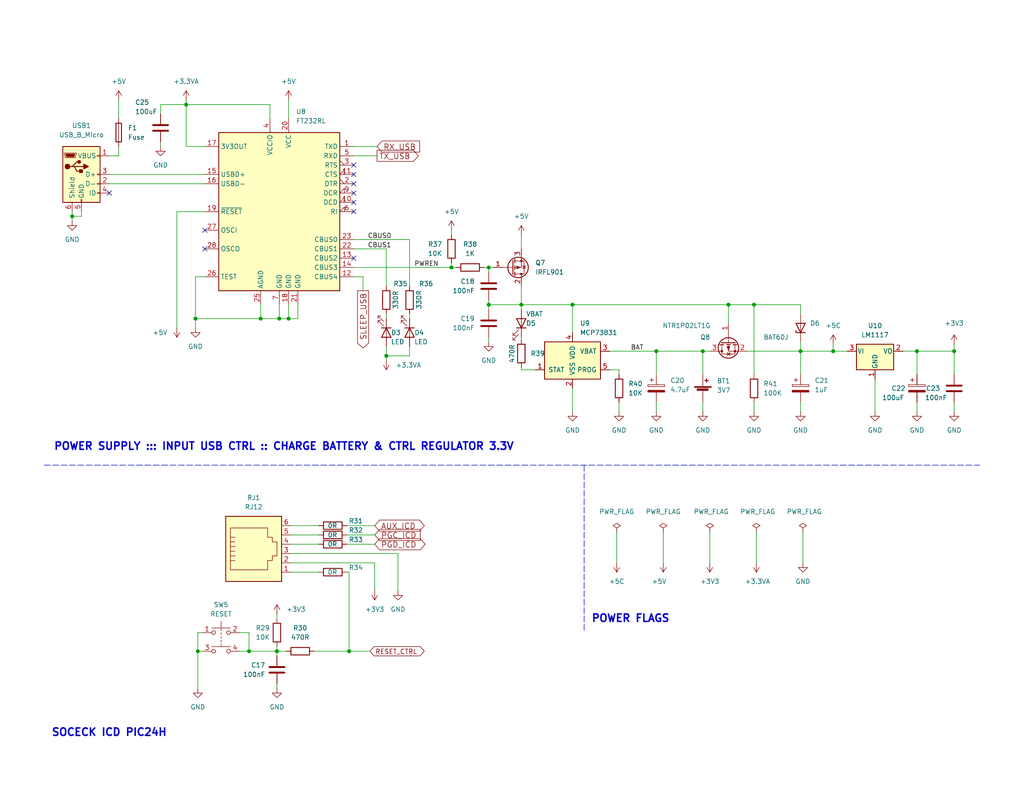
<source format=kicad_sch>
(kicad_sch (version 20211123) (generator eeschema)
  (paper "USLetter")
  (title_block (title "GAME//CAT Rev.B") (date "2022-08-04") (rev "3.5") (company "xDNA Electronics & Design") (comment 1 "MCU: PIC24HJ128GP504"))
  (lib_symbols
    (symbol "Battery_Management:MCP73831-2-OT" (pin_names (offset 1.016))
      (property "Reference" "U?" (at 2.0194 10.16 0))
      (property "Value" "MCP73831" (at 2.0194 7.62 0))
      (symbol "MCP73831-2-OT_0_1"
        (rectangle (start -7.62 5.08) (end 7.62 -5.08) (stroke (width 0.254)) (fill (type background)))
      )
      (symbol "MCP73831-2-OT_1_1"
        (pin output line (at -10.16 -2.54 0) (length 2.54) (name "STAT") (number "1"))
        (pin power_in line (at 0 -7.62 90) (length 2.54) (name "VSS") (number "2"))
        (pin power_out line (at 10.16 2.54 180) (length 2.54) (name "VBAT") (number "3"))
        (pin power_in line (at 0 7.62 270) (length 2.54) (name "VDD") (number "4"))
        (pin input line (at 10.16 -2.54 180) (length 2.54) (name "PROG") (number "5"))
      )
    )
    (symbol "Connector:RJ12" (pin_names (offset 1.016))
      (property "Reference" "J" (at -5.08 11.43 0))
      (property "Value" "RJ12" (at 2.54 11.43 0))
      (symbol "RJ12_0_1"
        (polyline (pts (xy -6.35 -1.905) (xy -5.08 -1.905) (xy -5.08 -1.905)))
        (polyline (pts (xy -6.35 -0.635) (xy -5.08 -0.635) (xy -5.08 -0.635)))
        (polyline (pts (xy -6.35 0.635) (xy -5.08 0.635) (xy -5.08 0.635)))
        (polyline (pts (xy -6.35 1.905) (xy -5.08 1.905) (xy -5.08 1.905)))
        (polyline (pts (xy -6.35 3.175) (xy -5.08 3.175) (xy -5.08 3.175)))
        (polyline (pts (xy -5.08 4.445) (xy -6.35 4.445) (xy -6.35 4.445)))
        (polyline (pts (xy -6.35 -4.445) (xy -6.35 6.985) (xy 3.81 6.985) (xy 3.81 4.445) (xy 5.08 4.445) (xy 5.08 3.175) (xy 6.35 3.175) (xy 6.35 -0.635) (xy 5.08 -0.635) (xy 5.08 -1.905) (xy 3.81 -1.905) (xy 3.81 -4.445) (xy -6.35 -4.445) (xy -6.35 -4.445)))
        (rectangle (start 7.62 10.16) (end -7.62 -7.62) (stroke (width 0.254)) (fill (type background)))
      )
      (symbol "RJ12_1_1"
        (pin passive line (at 10.16 -5.08 180) (length 2.54) (name "~") (number "1"))
        (pin passive line (at 10.16 -2.54 180) (length 2.54) (name "~") (number "2"))
        (pin passive line (at 10.16 0 180) (length 2.54) (name "~") (number "3"))
        (pin passive line (at 10.16 2.54 180) (length 2.54) (name "~") (number "4"))
        (pin passive line (at 10.16 5.08 180) (length 2.54) (name "~") (number "5"))
        (pin passive line (at 10.16 7.62 180) (length 2.54) (name "~") (number "6"))
      )
    )
    (symbol "Connector:USB_B_Micro" (pin_names (offset 1.016))
      (property "Reference" "J" (at -5.08 11.43 0))
      (property "Value" "USB_B_Micro" (at -5.08 8.89 0))
      (symbol "USB_B_Micro_0_1"
        (rectangle (start -5.08 -7.62) (end 5.08 7.62) (stroke (width 0.254)) (fill (type background)))
        (circle (center -3.81 2.159) (radius 0.635) (stroke (width 0.254)) (fill (type outline)))
        (circle (center -0.635 3.429) (radius 0.381) (stroke (width 0.254)) (fill (type outline)))
        (rectangle (start -0.127 -7.62) (end 0.127 -6.858))
        (polyline (pts (xy -1.905 2.159) (xy 0.635 2.159)) (stroke (width 0.254)))
        (polyline (pts (xy -3.175 2.159) (xy -2.54 2.159) (xy -1.27 3.429) (xy -0.635 3.429)) (stroke (width 0.254)))
        (polyline (pts (xy -2.54 2.159) (xy -1.905 2.159) (xy -1.27 0.889) (xy 0 0.889)) (stroke (width 0.254)))
        (polyline (pts (xy 0.635 2.794) (xy 0.635 1.524) (xy 1.905 2.159) (xy 0.635 2.794)) (stroke (width 0.254)) (fill (type outline)))
        (polyline (pts (xy -4.318 5.588) (xy -1.778 5.588) (xy -2.032 4.826) (xy -4.064 4.826) (xy -4.318 5.588)) (fill (type outline)))
        (polyline (pts (xy -4.699 5.842) (xy -4.699 5.588) (xy -4.445 4.826) (xy -4.445 4.572) (xy -1.651 4.572) (xy -1.651 4.826) (xy -1.397 5.588) (xy -1.397 5.842) (xy -4.699 5.842)))
        (rectangle (start 0.254 1.27) (end -0.508 0.508) (stroke (width 0.254)) (fill (type outline)))
        (rectangle (start 5.08 -5.207) (end 4.318 -4.953))
        (rectangle (start 5.08 -2.667) (end 4.318 -2.413))
        (rectangle (start 5.08 -0.127) (end 4.318 0.127))
        (rectangle (start 5.08 4.953) (end 4.318 5.207))
      )
      (symbol "USB_B_Micro_1_1"
        (pin power_out line (at 7.62 5.08 180) (length 2.54) (name "VBUS") (number "1"))
        (pin bidirectional line (at 7.62 -2.54 180) (length 2.54) (name "D-") (number "2"))
        (pin bidirectional line (at 7.62 0 180) (length 2.54) (name "D+") (number "3"))
        (pin passive line (at 7.62 -5.08 180) (length 2.54) (name "ID") (number "4"))
        (pin power_out line (at 0 -10.16 90) (length 2.54) (name "GND") (number "5"))
        (pin passive line (at -2.54 -10.16 90) (length 2.54) (name "Shield") (number "6"))
      )
    )
    (symbol "Device:Battery_Cell" (pin_numbers hide) (pin_names (offset 0) hide)
      (property "Reference" "BT" (at 2.54 2.54 0))
      (property "Value" "Battery_Cell" (at 2.54 0 0))
      (symbol "Battery_Cell_0_1"
        (rectangle (start -2.286 1.778) (end 2.286 1.524) (fill (type outline)))
        (rectangle (start -1.5748 1.1938) (end 1.4732 0.6858) (fill (type outline)))
        (polyline (pts (xy 0 0.762) (xy 0 0)))
        (polyline (pts (xy 0 1.778) (xy 0 2.54)))
        (polyline (pts (xy 0.508 3.429) (xy 1.524 3.429)) (stroke (width 0.254)))
        (polyline (pts (xy 1.016 3.937) (xy 1.016 2.921)) (stroke (width 0.254)))
      )
      (symbol "Battery_Cell_1_1"
        (pin passive line (at 0 5.08 270) (length 2.54) (name "+") (number "1"))
        (pin passive line (at 0 -2.54 90) (length 2.54) (name "-") (number "2"))
      )
    )
    (symbol "Device:C" (pin_numbers hide) (pin_names (offset 0.254))
      (property "Reference" "C" (at 0.635 2.54 0))
      (property "Value" "C" (at 0.635 -2.54 0))
      (symbol "C_0_1"
        (polyline (pts (xy -2.032 -0.762) (xy 2.032 -0.762)) (stroke (width 0.508)))
        (polyline (pts (xy -2.032 0.762) (xy 2.032 0.762)) (stroke (width 0.508)))
      )
      (symbol "C_1_1"
        (pin passive line (at 0 3.81 270) (length 2.794) (name "~") (number "1"))
        (pin passive line (at 0 -3.81 90) (length 2.794) (name "~") (number "2"))
      )
    )
    (symbol "Device:C_Polarized" (pin_numbers hide) (pin_names (offset 0.254))
      (property "Reference" "C" (at 0.635 2.54 0))
      (property "Value" "C_Polarized" (at 0.635 -2.54 0))
      (symbol "C_Polarized_0_1"
        (rectangle (start -2.286 0.508) (end 2.286 1.016))
        (polyline (pts (xy -1.778 2.286) (xy -0.762 2.286)))
        (polyline (pts (xy -1.27 2.794) (xy -1.27 1.778)))
        (rectangle (start 2.286 -0.508) (end -2.286 -1.016) (fill (type outline)))
      )
      (symbol "C_Polarized_1_1"
        (pin passive line (at 0 3.81 270) (length 2.794) (name "~") (number "1"))
        (pin passive line (at 0 -3.81 90) (length 2.794) (name "~") (number "2"))
      )
    )
    (symbol "Device:D_Zener" (pin_numbers hide) (pin_names (offset 1.016) hide)
      (property "Reference" "D" (at 0 2.54 0))
      (property "Value" "D_Zener" (at 0 -2.54 0))
      (symbol "D_Zener_0_1"
        (polyline (pts (xy 1.27 0) (xy -1.27 0)))
        (polyline (pts (xy -1.27 -1.27) (xy -1.27 1.27) (xy -0.762 1.27)) (stroke (width 0.254)))
        (polyline (pts (xy 1.27 -1.27) (xy 1.27 1.27) (xy -1.27 0) (xy 1.27 -1.27)) (stroke (width 0.254)))
      )
      (symbol "D_Zener_1_1"
        (pin passive line (at -3.81 0 0) (length 2.54) (name "K") (number "1"))
        (pin passive line (at 3.81 0 180) (length 2.54) (name "A") (number "2"))
      )
    )
    (symbol "Device:Fuse" (pin_numbers hide) (pin_names (offset 0))
      (property "Reference" "F" (at 2.032 0 90))
      (property "Value" "Fuse" (at -1.905 0 90))
      (symbol "Fuse_0_1"
        (rectangle (start -0.762 -2.54) (end 0.762 2.54) (stroke (width 0.254)))
        (polyline (pts (xy 0 2.54) (xy 0 -2.54)))
      )
      (symbol "Fuse_1_1"
        (pin passive line (at 0 3.81 270) (length 1.27) (name "~") (number "1"))
        (pin passive line (at 0 -3.81 90) (length 1.27) (name "~") (number "2"))
      )
    )
    (symbol "Device:LED" (pin_numbers hide) (pin_names (offset 1.016) hide)
      (property "Reference" "D" (at 0 2.54 0))
      (property "Value" "LED" (at 0 -2.54 0))
      (symbol "LED_0_1"
        (polyline (pts (xy -1.27 -1.27) (xy -1.27 1.27)) (stroke (width 0.254)))
        (polyline (pts (xy -1.27 0) (xy 1.27 0)))
        (polyline (pts (xy 1.27 -1.27) (xy 1.27 1.27) (xy -1.27 0) (xy 1.27 -1.27)) (stroke (width 0.254)))
        (polyline (pts (xy -3.048 -0.762) (xy -4.572 -2.286) (xy -3.81 -2.286) (xy -4.572 -2.286) (xy -4.572 -1.524)))
        (polyline (pts (xy -1.778 -0.762) (xy -3.302 -2.286) (xy -2.54 -2.286) (xy -3.302 -2.286) (xy -3.302 -1.524)))
      )
      (symbol "LED_1_1"
        (pin passive line (at -3.81 0 0) (length 2.54) (name "K") (number "1"))
        (pin passive line (at 3.81 0 180) (length 2.54) (name "A") (number "2"))
      )
    )
    (symbol "Device:Q_PMOS_GDS" (pin_names (offset 0) hide)
      (property "Reference" "Q" (at 5.08 1.27 0))
      (property "Value" "Q_PMOS_GDS" (at 5.08 -1.27 0))
      (symbol "Q_PMOS_GDS_0_1"
        (polyline (pts (xy 0.254 0) (xy -2.54 0)))
        (polyline (pts (xy 0.254 1.905) (xy 0.254 -1.905)) (stroke (width 0.254)))
        (polyline (pts (xy 0.762 -1.27) (xy 0.762 -2.286)) (stroke (width 0.254)))
        (polyline (pts (xy 0.762 0.508) (xy 0.762 -0.508)) (stroke (width 0.254)))
        (polyline (pts (xy 0.762 2.286) (xy 0.762 1.27)) (stroke (width 0.254)))
        (polyline (pts (xy 2.54 2.54) (xy 2.54 1.778)))
        (polyline (pts (xy 2.54 -2.54) (xy 2.54 0) (xy 0.762 0)))
        (polyline (pts (xy 0.762 1.778) (xy 3.302 1.778) (xy 3.302 -1.778) (xy 0.762 -1.778)))
        (polyline (pts (xy 2.286 0) (xy 1.27 0.381) (xy 1.27 -0.381) (xy 2.286 0)) (fill (type outline)))
        (polyline (pts (xy 2.794 -0.508) (xy 2.921 -0.381) (xy 3.683 -0.381) (xy 3.81 -0.254)))
        (polyline (pts (xy 3.302 -0.381) (xy 2.921 0.254) (xy 3.683 0.254) (xy 3.302 -0.381)))
        (circle (center 1.651 0) (radius 2.794) (stroke (width 0.254)))
        (circle (center 2.54 -1.778) (radius 0.254) (fill (type outline)))
        (circle (center 2.54 1.778) (radius 0.254) (fill (type outline)))
      )
      (symbol "Q_PMOS_GDS_1_1"
        (pin input line (at -5.08 0 0) (length 2.54) (name "G") (number "1"))
        (pin passive line (at 2.54 5.08 270) (length 2.54) (name "D") (number "2"))
        (pin passive line (at 2.54 -5.08 90) (length 2.54) (name "S") (number "3"))
      )
    )
    (symbol "Device:Q_PMOS_GSD" (pin_names (offset 0) hide)
      (property "Reference" "Q" (at 5.08 1.27 0))
      (property "Value" "Q_PMOS_GSD" (at 5.08 -1.27 0))
      (symbol "Q_PMOS_GSD_0_1"
        (polyline (pts (xy 0.254 0) (xy -2.54 0)))
        (polyline (pts (xy 0.254 1.905) (xy 0.254 -1.905)) (stroke (width 0.254)))
        (polyline (pts (xy 0.762 -1.27) (xy 0.762 -2.286)) (stroke (width 0.254)))
        (polyline (pts (xy 0.762 0.508) (xy 0.762 -0.508)) (stroke (width 0.254)))
        (polyline (pts (xy 0.762 2.286) (xy 0.762 1.27)) (stroke (width 0.254)))
        (polyline (pts (xy 2.54 2.54) (xy 2.54 1.778)))
        (polyline (pts (xy 2.54 -2.54) (xy 2.54 0) (xy 0.762 0)))
        (polyline (pts (xy 0.762 1.778) (xy 3.302 1.778) (xy 3.302 -1.778) (xy 0.762 -1.778)))
        (polyline (pts (xy 2.286 0) (xy 1.27 0.381) (xy 1.27 -0.381) (xy 2.286 0)) (fill (type outline)))
        (polyline (pts (xy 2.794 -0.508) (xy 2.921 -0.381) (xy 3.683 -0.381) (xy 3.81 -0.254)))
        (polyline (pts (xy 3.302 -0.381) (xy 2.921 0.254) (xy 3.683 0.254) (xy 3.302 -0.381)))
        (circle (center 1.651 0) (radius 2.794) (stroke (width 0.254)))
        (circle (center 2.54 -1.778) (radius 0.254) (fill (type outline)))
        (circle (center 2.54 1.778) (radius 0.254) (fill (type outline)))
      )
      (symbol "Q_PMOS_GSD_1_1"
        (pin input line (at -5.08 0 0) (length 2.54) (name "G") (number "1"))
        (pin passive line (at 2.54 -5.08 90) (length 2.54) (name "S") (number "2"))
        (pin passive line (at 2.54 5.08 270) (length 2.54) (name "D") (number "3"))
      )
    )
    (symbol "Device:R" (pin_numbers hide) (pin_names (offset 0))
      (property "Reference" "R" (at 2.032 0 90))
      (property "Value" "R" (at 0 0 90))
      (symbol "R_0_1"
        (rectangle (start -1.016 -2.54) (end 1.016 2.54) (stroke (width 0.254)))
      )
      (symbol "R_1_1"
        (pin passive line (at 0 3.81 270) (length 1.27) (name "~") (number "1"))
        (pin passive line (at 0 -3.81 90) (length 1.27) (name "~") (number "2"))
      )
    )
    (symbol "Interface_USB:FT232RL"
      (property "Reference" "U" (at -16.51 22.86 0))
      (property "Value" "FT232RL" (at 10.16 22.86 0))
      (symbol "FT232RL_0_1"
        (rectangle (start -16.51 21.59) (end 16.51 -21.59) (stroke (width 0.254)) (fill (type background)))
      )
      (symbol "FT232RL_1_1"
        (pin output line (at 20.32 17.78 180) (length 3.81) (name "TXD") (number "1"))
        (pin input input_low (at 20.32 2.54 180) (length 3.81) (name "DCD") (number "10"))
        (pin input input_low (at 20.32 10.16 180) (length 3.81) (name "CTS") (number "11"))
        (pin bidirectional line (at 20.32 -17.78 180) (length 3.81) (name "CBUS4") (number "12"))
        (pin bidirectional line (at 20.32 -12.7 180) (length 3.81) (name "CBUS2") (number "13"))
        (pin bidirectional line (at 20.32 -15.24 180) (length 3.81) (name "CBUS3") (number "14"))
        (pin bidirectional line (at -20.32 10.16 0) (length 3.81) (name "USBD+") (number "15"))
        (pin bidirectional line (at -20.32 7.62 0) (length 3.81) (name "USBD-") (number "16"))
        (pin power_out line (at -20.32 17.78 0) (length 3.81) (name "3V3OUT") (number "17"))
        (pin power_in line (at 2.54 -25.4 90) (length 3.81) (name "GND") (number "18"))
        (pin input line (at -20.32 0 0) (length 3.81) (name "~{RESET}") (number "19"))
        (pin output output_low (at 20.32 7.62 180) (length 3.81) (name "DTR") (number "2"))
        (pin power_in line (at 2.54 25.4 270) (length 3.81) (name "VCC") (number "20"))
        (pin power_in line (at 5.08 -25.4 90) (length 3.81) (name "GND") (number "21"))
        (pin bidirectional line (at 20.32 -10.16 180) (length 3.81) (name "CBUS1") (number "22"))
        (pin bidirectional line (at 20.32 -7.62 180) (length 3.81) (name "CBUS0") (number "23"))
        (pin power_in line (at -5.08 -25.4 90) (length 3.81) (name "AGND") (number "25"))
        (pin input line (at -20.32 -17.78 0) (length 3.81) (name "TEST") (number "26"))
        (pin input line (at -20.32 -5.08 0) (length 3.81) (name "OSCI") (number "27"))
        (pin output line (at -20.32 -10.16 0) (length 3.81) (name "OSCO") (number "28"))
        (pin output output_low (at 20.32 12.7 180) (length 3.81) (name "RTS") (number "3"))
        (pin power_in line (at -2.54 25.4 270) (length 3.81) (name "VCCIO") (number "4"))
        (pin input line (at 20.32 15.24 180) (length 3.81) (name "RXD") (number "5"))
        (pin input input_low (at 20.32 0 180) (length 3.81) (name "RI") (number "6"))
        (pin power_in line (at 0 -25.4 90) (length 3.81) (name "GND") (number "7"))
        (pin input input_low (at 20.32 5.08 180) (length 3.81) (name "DCR") (number "9"))
      )
    )
    (symbol "Regulator_Linear:LM1117-3.3" (pin_names (offset 0.254))
      (property "Reference" "U" (at -3.81 3.175 0))
      (property "Value" "LM1117-3.3" (at 0 3.175 0))
      (symbol "LM1117-3.3_0_1"
        (rectangle (start -5.08 -5.08) (end 5.08 1.905) (stroke (width 0.254)) (fill (type background)))
      )
      (symbol "LM1117-3.3_1_1"
        (pin power_in line (at 0 -7.62 90) (length 2.54) (name "GND") (number "1"))
        (pin power_out line (at 7.62 0 180) (length 2.54) (name "VO") (number "2"))
        (pin power_in line (at -7.62 0 0) (length 2.54) (name "VI") (number "3"))
      )
    )
    (symbol "Switch:SW_Push_Dual" (pin_names (offset 1.016) hide)
      (property "Reference" "SW" (at 1.27 2.54 0))
      (property "Value" "SW_Push_Dual" (at 0 -6.858 0))
      (symbol "SW_Push_Dual_0_1"
        (circle (center -2.032 -5.08) (radius 0.508))
        (circle (center -2.032 0) (radius 0.508))
        (polyline (pts (xy 0 -3.048) (xy 0 -3.556)))
        (polyline (pts (xy 0 -2.032) (xy 0 -2.54)))
        (polyline (pts (xy 0 -1.524) (xy 0 -1.016)))
        (polyline (pts (xy 0 -0.508) (xy 0 0)))
        (polyline (pts (xy 0 0.508) (xy 0 1.016)))
        (polyline (pts (xy 0 1.27) (xy 0 3.048)))
        (polyline (pts (xy 2.54 -3.81) (xy -2.54 -3.81)))
        (polyline (pts (xy 2.54 1.27) (xy -2.54 1.27)))
        (circle (center 2.032 -5.08) (radius 0.508))
        (circle (center 2.032 0) (radius 0.508))
        (pin passive line (at -5.08 0 0) (length 2.54) (name "1") (number "1"))
        (pin passive line (at 5.08 0 180) (length 2.54) (name "2") (number "2"))
        (pin passive line (at -5.08 -5.08 0) (length 2.54) (name "3") (number "3"))
        (pin passive line (at 5.08 -5.08 180) (length 2.54) (name "4") (number "4"))
      )
    )
    (symbol "power:+3.3V" (power) (pin_names (offset 0))
      (property "Value" "+3.3V" (at 0 3.556 0))
      (symbol "+3.3V_0_1"
        (polyline (pts (xy -0.762 1.27) (xy 0 2.54)))
        (polyline (pts (xy 0 0) (xy 0 2.54)))
        (polyline (pts (xy 0 2.54) (xy 0.762 1.27)))
      )
      (symbol "+3.3V_1_1"
        (pin power_in line (at 0 0 90) (length 0) hide (name "+3V3") (number "1"))
      )
    )
    (symbol "power:+3.3VA" (power) (pin_names (offset 0))
      (property "Value" "+3.3VA" (at 0 3.556 0))
      (symbol "+3.3VA_0_1"
        (polyline (pts (xy -0.762 1.27) (xy 0 2.54)))
        (polyline (pts (xy 0 0) (xy 0 2.54)))
        (polyline (pts (xy 0 2.54) (xy 0.762 1.27)))
      )
      (symbol "+3.3VA_1_1"
        (pin power_in line (at 0 0 90) (length 0) hide (name "+3.3VA") (number "1"))
      )
    )
    (symbol "power:+5C" (power) (pin_names (offset 0))
      (property "Value" "+5C" (at 0 3.556 0))
      (symbol "+5C_0_1"
        (polyline (pts (xy -0.762 1.27) (xy 0 2.54)))
        (polyline (pts (xy 0 0) (xy 0 2.54)))
        (polyline (pts (xy 0 2.54) (xy 0.762 1.27)))
      )
      (symbol "+5C_1_1"
        (pin power_in line (at 0 0 90) (length 0) hide (name "+5C") (number "1"))
      )
    )
    (symbol "power:+5V" (power) (pin_names (offset 0))
      (property "Value" "+5V" (at 0 3.556 0))
      (symbol "+5V_0_1"
        (polyline (pts (xy -0.762 1.27) (xy 0 2.54)))
        (polyline (pts (xy 0 0) (xy 0 2.54)))
        (polyline (pts (xy 0 2.54) (xy 0.762 1.27)))
      )
      (symbol "+5V_1_1"
        (pin power_in line (at 0 0 90) (length 0) hide (name "+5V") (number "1"))
      )
    )
    (symbol "power:GND" (power) (pin_names (offset 0))
      (property "Value" "GND" (at 0 -3.81 0))
      (symbol "GND_0_1"
        (polyline (pts (xy 0 0) (xy 0 -1.27) (xy 1.27 -1.27) (xy 0 -2.54) (xy -1.27 -1.27) (xy 0 -1.27)))
      )
      (symbol "GND_1_1"
        (pin power_in line (at 0 0 270) (length 0) hide (name "GND") (number "1"))
      )
    )
    (symbol "power:PWR_FLAG" (power) (pin_numbers hide) (pin_names (offset 0) hide)
      (property "Value" "PWR_FLAG" (at 0 3.81 0))
      (symbol "PWR_FLAG_0_0"
        (pin power_out line (at 0 0 90) (length 0) (name "pwr") (number "1"))
      )
      (symbol "PWR_FLAG_0_1"
        (polyline (pts (xy 0 0) (xy 0 1.27) (xy -1.016 1.905) (xy 0 2.54) (xy 1.016 1.905) (xy 0 1.27)))
      )
    )
  )
  (junction (at 133.35 83.185))
  (junction (at 260.35 95.885))
  (junction (at 133.35 73.025))
  (junction (at 78.74 86.995))
  (junction (at 198.755 83.185))
  (junction (at 250.19 95.885))
  (junction (at 67.945 177.8))
  (junction (at 71.12 86.995))
  (junction (at 123.19 73.025))
  (junction (at 218.44 95.885))
  (junction (at 53.975 177.8))
  (junction (at 191.77 95.885))
  (junction (at 19.685 59.055))
  (junction (at 142.24 83.185))
  (junction (at 179.07 95.885))
  (junction (at 156.21 83.185))
  (junction (at 205.74 83.185))
  (junction (at 76.2 86.995))
  (junction (at 50.8 28.575))
  (junction (at 105.41 97.155))
  (junction (at 53.34 86.995))
  (junction (at 227.33 95.885))
  (junction (at 95.25 177.8))
  (junction (at 75.565 177.8))
  (no_connect (at 29.845 52.705))
  (no_connect (at 96.52 55.245))
  (no_connect (at 96.52 45.085))
  (no_connect (at 96.52 47.625))
  (no_connect (at 96.52 50.165))
  (no_connect (at 96.52 52.705))
  (no_connect (at 96.52 57.785))
  (no_connect (at 55.88 67.945))
  (no_connect (at 55.88 62.865))
  (no_connect (at 96.52 70.485))
  (wire (pts (xy 142.24 92.075) (xy 142.24 92.71)))
  (wire (pts (xy 85.725 177.8) (xy 95.25 177.8)))
  (wire (pts (xy 198.755 83.185) (xy 205.74 83.185)))
  (wire (pts (xy 102.235 153.67) (xy 102.235 161.29)))
  (wire (pts (xy 111.76 97.155) (xy 105.41 97.155)))
  (wire (pts (xy 75.565 177.8) (xy 78.105 177.8)))
  (wire (pts (xy 50.8 40.005) (xy 50.8 28.575)))
  (wire (pts (xy 96.52 42.545) (xy 102.87 42.545)))
  (wire (pts (xy 32.385 27.305) (xy 32.385 32.385)))
  (wire (pts (xy 95.25 177.8) (xy 100.965 177.8)))
  (polyline (pts (xy 159.385 127) (xy 159.385 172.085)))
  (wire (pts (xy 218.44 109.855) (xy 218.44 112.395)))
  (wire (pts (xy 203.835 95.885) (xy 218.44 95.885)))
  (wire (pts (xy 94.615 146.05) (xy 102.235 146.05)))
  (wire (pts (xy 133.35 73.025) (xy 134.62 73.025)))
  (wire (pts (xy 219.075 145.415) (xy 219.075 153.67)))
  (wire (pts (xy 111.76 65.405) (xy 111.76 78.105)))
  (wire (pts (xy 65.405 172.72) (xy 67.945 172.72)))
  (wire (pts (xy 78.74 83.185) (xy 78.74 86.995)))
  (wire (pts (xy 168.275 145.415) (xy 168.275 153.67)))
  (wire (pts (xy 81.28 83.185) (xy 81.28 86.995)))
  (wire (pts (xy 94.615 148.59) (xy 102.235 148.59)))
  (wire (pts (xy 205.74 83.185) (xy 218.44 83.185)))
  (wire (pts (xy 53.34 86.995) (xy 53.34 89.535)))
  (wire (pts (xy 29.845 47.625) (xy 55.88 47.625)))
  (wire (pts (xy 123.19 71.755) (xy 123.19 73.025)))
  (wire (pts (xy 71.12 83.185) (xy 71.12 86.995)))
  (wire (pts (xy 180.975 145.415) (xy 180.975 153.67)))
  (wire (pts (xy 43.815 28.575) (xy 43.815 31.115)))
  (wire (pts (xy 22.225 57.785) (xy 22.225 59.055)))
  (wire (pts (xy 75.565 176.53) (xy 75.565 177.8)))
  (wire (pts (xy 48.26 57.785) (xy 48.26 89.535)))
  (wire (pts (xy 43.815 38.735) (xy 43.815 40.005)))
  (wire (pts (xy 76.2 83.185) (xy 76.2 86.995)))
  (wire (pts (xy 142.24 100.965) (xy 146.05 100.965)))
  (wire (pts (xy 105.41 97.155) (xy 105.41 98.425)))
  (wire (pts (xy 75.565 177.8) (xy 75.565 179.07)))
  (wire (pts (xy 142.24 83.185) (xy 142.24 84.455)))
  (wire (pts (xy 227.33 95.885) (xy 231.14 95.885)))
  (wire (pts (xy 218.44 95.885) (xy 227.33 95.885)))
  (wire (pts (xy 191.77 95.885) (xy 193.675 95.885)))
  (wire (pts (xy 191.77 102.235) (xy 191.77 95.885)))
  (wire (pts (xy 55.245 172.72) (xy 53.975 172.72)))
  (wire (pts (xy 246.38 95.885) (xy 250.19 95.885)))
  (wire (pts (xy 168.91 100.965) (xy 168.91 102.235)))
  (wire (pts (xy 111.76 94.615) (xy 111.76 97.155)))
  (wire (pts (xy 95.25 156.21) (xy 95.25 177.8)))
  (wire (pts (xy 260.35 93.98) (xy 260.35 95.885)))
  (wire (pts (xy 96.52 73.025) (xy 123.19 73.025)))
  (wire (pts (xy 133.35 81.915) (xy 133.35 83.185)))
  (wire (pts (xy 53.34 75.565) (xy 53.34 86.995)))
  (wire (pts (xy 79.375 156.21) (xy 86.995 156.21)))
  (wire (pts (xy 78.74 86.995) (xy 76.2 86.995)))
  (wire (pts (xy 96.52 40.005) (xy 102.87 40.005)))
  (wire (pts (xy 156.21 83.185) (xy 198.755 83.185)))
  (wire (pts (xy 75.565 167.64) (xy 75.565 168.91)))
  (wire (pts (xy 133.35 73.025) (xy 133.35 74.295)))
  (wire (pts (xy 32.385 42.545) (xy 32.385 40.005)))
  (wire (pts (xy 19.685 59.055) (xy 22.225 59.055)))
  (wire (pts (xy 81.28 86.995) (xy 78.74 86.995)))
  (wire (pts (xy 79.375 153.67) (xy 102.235 153.67)))
  (wire (pts (xy 79.375 146.05) (xy 86.995 146.05)))
  (wire (pts (xy 96.52 65.405) (xy 111.76 65.405)))
  (wire (pts (xy 94.615 156.21) (xy 95.25 156.21)))
  (wire (pts (xy 166.37 100.965) (xy 168.91 100.965)))
  (wire (pts (xy 19.685 57.785) (xy 19.685 59.055)))
  (wire (pts (xy 105.41 67.945) (xy 105.41 78.105)))
  (wire (pts (xy 133.35 92.075) (xy 133.35 93.345)))
  (wire (pts (xy 19.685 59.055) (xy 19.685 60.325)))
  (wire (pts (xy 50.165 28.575) (xy 43.815 28.575)))
  (wire (pts (xy 105.41 85.725) (xy 105.41 86.995)))
  (wire (pts (xy 55.88 57.785) (xy 48.26 57.785)))
  (wire (pts (xy 55.88 40.005) (xy 50.8 40.005)))
  (wire (pts (xy 53.975 177.8) (xy 55.245 177.8)))
  (wire (pts (xy 218.44 95.885) (xy 218.44 102.235)))
  (wire (pts (xy 67.945 177.8) (xy 75.565 177.8)))
  (wire (pts (xy 50.8 28.575) (xy 73.66 28.575)))
  (wire (pts (xy 142.24 78.105) (xy 142.24 83.185)))
  (wire (pts (xy 205.74 109.855) (xy 205.74 112.395)))
  (wire (pts (xy 250.19 102.235) (xy 250.19 95.885)))
  (wire (pts (xy 179.07 95.885) (xy 179.07 102.235)))
  (wire (pts (xy 71.12 86.995) (xy 53.34 86.995)))
  (wire (pts (xy 29.845 42.545) (xy 32.385 42.545)))
  (wire (pts (xy 218.44 83.185) (xy 218.44 85.725)))
  (wire (pts (xy 260.35 95.885) (xy 260.35 102.235)))
  (wire (pts (xy 123.19 62.865) (xy 123.19 64.135)))
  (wire (pts (xy 53.975 172.72) (xy 53.975 177.8)))
  (wire (pts (xy 105.41 94.615) (xy 105.41 97.155)))
  (wire (pts (xy 94.615 143.51) (xy 102.235 143.51)))
  (wire (pts (xy 142.24 83.185) (xy 133.35 83.185)))
  (wire (pts (xy 205.74 83.185) (xy 205.74 102.235)))
  (wire (pts (xy 99.06 75.565) (xy 99.06 79.375)))
  (wire (pts (xy 156.21 83.185) (xy 156.21 90.805)))
  (wire (pts (xy 75.565 186.69) (xy 75.565 187.96)))
  (wire (pts (xy 79.375 151.13) (xy 108.585 151.13)))
  (wire (pts (xy 73.66 28.575) (xy 73.66 32.385)))
  (wire (pts (xy 79.375 148.59) (xy 86.995 148.59)))
  (wire (pts (xy 65.405 177.8) (xy 67.945 177.8)))
  (wire (pts (xy 76.2 86.995) (xy 71.12 86.995)))
  (wire (pts (xy 218.44 95.885) (xy 218.44 93.345)))
  (wire (pts (xy 227.33 93.98) (xy 227.33 95.885)))
  (wire (pts (xy 133.35 83.185) (xy 133.35 84.455)))
  (wire (pts (xy 29.845 50.165) (xy 55.88 50.165)))
  (wire (pts (xy 250.19 109.855) (xy 250.19 112.395)))
  (wire (pts (xy 123.19 73.025) (xy 124.46 73.025)))
  (wire (pts (xy 250.19 95.885) (xy 260.35 95.885)))
  (polyline (pts (xy 12.065 127) (xy 267.335 127)))
  (wire (pts (xy 132.08 73.025) (xy 133.35 73.025)))
  (wire (pts (xy 50.8 27.305) (xy 50.8 28.575)))
  (wire (pts (xy 108.585 151.13) (xy 108.585 161.29)))
  (wire (pts (xy 96.52 67.945) (xy 105.41 67.945)))
  (wire (pts (xy 111.76 85.725) (xy 111.76 86.995)))
  (wire (pts (xy 179.07 109.855) (xy 179.07 112.395)))
  (wire (pts (xy 96.52 75.565) (xy 99.06 75.565)))
  (wire (pts (xy 142.24 83.185) (xy 156.21 83.185)))
  (wire (pts (xy 53.975 177.8) (xy 53.975 187.96)))
  (wire (pts (xy 206.375 145.415) (xy 206.375 153.67)))
  (wire (pts (xy 79.375 143.51) (xy 86.995 143.51)))
  (wire (pts (xy 260.35 109.855) (xy 260.35 112.395)))
  (wire (pts (xy 191.77 95.885) (xy 179.07 95.885)))
  (wire (pts (xy 166.37 95.885) (xy 179.07 95.885)))
  (wire (pts (xy 191.77 109.855) (xy 191.77 112.395)))
  (wire (pts (xy 238.76 103.505) (xy 238.76 112.395)))
  (wire (pts (xy 193.675 145.415) (xy 193.675 153.67)))
  (wire (pts (xy 142.24 64.135) (xy 142.24 67.945)))
  (wire (pts (xy 142.24 100.33) (xy 142.24 100.965)))
  (wire (pts (xy 78.74 27.305) (xy 78.74 32.385)))
  (wire (pts (xy 67.945 172.72) (xy 67.945 177.8)))
  (wire (pts (xy 156.21 106.045) (xy 156.21 112.395)))
  (wire (pts (xy 198.755 83.185) (xy 198.755 88.265)))
  (wire (pts (xy 55.88 75.565) (xy 53.34 75.565)))
  (wire (pts (xy 168.91 109.855) (xy 168.91 112.395)))
  (text "SOCECK ICD PIC24H" (at 13.97 201.295 0) (effects (font (size 2.032 2.032) (thickness 0.4064) bold) (justify left bottom)))
  (text "POWER SUPPLY ::: INPUT USB CTRL :: CHARGE BATTERY & CTRL REGULATOR 3.3V" (at 14.605 123.19 0) (effects (font (size 2.032 2.032) (thickness 0.4064) bold) (justify left bottom)))
  (text "POWER FLAGS" (at 161.29 170.18 0) (effects (font (size 2.032 2.032) (thickness 0.4064) bold) (justify left bottom)))
  (label "CBUS0" (at 100.33 65.405 0))
  (label "PWREN" (at 113.03 73.025 0))
  (label "CBUS1" (at 100.3187 67.945 0))
  (label "BAT" (at 172.085 95.885 0))
  (global_label "AUX_ICD" (shape bidirectional) (at 102.235 143.51 0) (effects (font (size 1.524 1.524))) (property "Intersheet References" "${INTERSHEET_REFS}" (effects hide)))
  (global_label "PGC_ICD" (shape input) (at 102.235 146.05 0) (effects (font (size 1.524 1.524))) (property "Intersheet References" "${INTERSHEET_REFS}" (effects hide)))
  (global_label "RESET_CTRL" (shape bidirectional) (at 100.965 177.8 0) (property "Intersheet References" "${INTERSHEET_REFS}" (effects hide)))
  (global_label "SLEEP_USB" (shape output) (at 99.06 79.375 270) (effects (font (size 1.524 1.524))) (property "Intersheet References" "${INTERSHEET_REFS}" (effects hide)))
  (global_label "PGD_ICD" (shape bidirectional) (at 102.235 148.59 0) (effects (font (size 1.524 1.524))) (property "Intersheet References" "${INTERSHEET_REFS}" (effects hide)))
  (global_label "RX_USB" (shape input) (at 102.87 40.005 0) (effects (font (size 1.524 1.524))) (property "Intersheet References" "${INTERSHEET_REFS}" (effects hide)))
  (global_label "TX_USB" (shape output) (at 102.87 42.545 0) (effects (font (size 1.524 1.524))) (property "Intersheet References" "${INTERSHEET_REFS}" (effects hide)))
  (symbol (lib_id "Device:LED") (at 111.76 90.805 270) (unit 1)
    (property "Reference" "D4" (at 113.03 90.805 90) (effects (justify left)))
    (property "Value" "LED" (at 113.03 93.345 90) (effects (justify left)))
    (property "Footprint" "LED_SMD:LED_1206_3216Metric" (effects hide))
  )
  (symbol (lib_id "power:PWR_FLAG") (at 219.075 145.415 0) (unit 1)
    (property "Reference" "#FLG04" (effects hide))
    (property "Value" "PWR_FLAG" (at 214.63 139.7 0) (effects (justify left)))
  )
  (symbol (lib_id "power:+3.3VA") (at 50.8 27.305 0) (unit 1)
    (property "Reference" "#PWR?" (effects hide))
    (property "Value" "+3.3VA" (at 50.8 22.225 0))
  )
  (symbol (lib_id "Device:C") (at 43.815 34.925 0) (unit 1)
    (property "Reference" "C25" (at 36.83 27.94 0) (effects (justify left)))
    (property "Value" "100uF" (at 36.83 30.48 0) (effects (justify left)))
    (property "Footprint" "Capacitor_SMD:C_0805_2012Metric" (effects hide))
  )
  (symbol (lib_id "Device:Q_PMOS_GSD") (at 198.755 93.345 90) (mirror x) (unit 1)
    (property "Reference" "Q8" (at 192.405 92.075 90))
    (property "Value" "NTR1P02LT1G" (at 187.325 88.9 90))
    (property "Footprint" "Package_TO_SOT_SMD:TSOT-23" (effects hide))
  )
  (symbol (lib_id "Regulator_Linear:LM1117-3.3") (at 238.76 95.885 0) (unit 1)
    (property "Reference" "U10" (at 238.76 88.9 0))
    (property "Value" "LM1117" (at 238.76 91.44 0))
    (property "Footprint" "Package_TO_SOT_SMD:TO-252-2" (effects hide))
    (property "Datasheet" "http://www.ti.com/lit/ds/symlink/lm1117.pdf" (effects hide))
  )
  (symbol (lib_id "power:+5V") (at 142.24 64.135 0) (unit 1)
    (property "Reference" "#PWR?" (effects hide))
    (property "Value" "+5V" (at 142.24 59.055 0))
  )
  (symbol (lib_id "power:+5V") (at 48.26 89.535 0) (mirror x) (unit 1)
    (property "Reference" "#PWR?" (effects hide))
    (property "Value" "+5V" (at 45.72 90.8049 0) (effects (justify right)))
  )
  (symbol (lib_id "Device:R") (at 128.27 73.025 270) (mirror x) (unit 1)
    (property "Reference" "R38" (at 128.27 66.675 90))
    (property "Value" "1K" (at 128.27 69.215 90))
    (property "Footprint" "Resistor_SMD:R_1206_3216Metric" (effects hide))
  )
  (symbol (lib_id "Connector:USB_B_Micro") (at 22.225 47.625 0) (unit 1)
    (property "Reference" "USB1" (at 22.225 34.29 0))
    (property "Value" "USB_B_Micro" (at 22.225 36.83 0))
    (property "Footprint" "Connector_USB:USB_Mini-B_Lumberg_2486_01_Horizontal" (effects hide))
  )
  (symbol (lib_id "power:GND") (at 250.19 112.395 0) (unit 1)
    (property "Reference" "#PWR?" (effects hide))
    (property "Value" "GND" (at 250.19 117.475 0))
  )
  (symbol (lib_id "Device:C_Polarized") (at 218.44 106.045 0) (unit 1)
    (property "Reference" "C21" (at 222.25 103.8859 0) (effects (justify left)))
    (property "Value" "1uF" (at 222.25 106.4259 0) (effects (justify left)))
    (property "Footprint" "Capacitor_Tantalum_SMD:CP_EIA-3216-18_Kemet-A" (effects hide))
  )
  (symbol (lib_id "Device:R") (at 168.91 106.045 180) (unit 1)
    (property "Reference" "R40" (at 171.45 104.7749 0) (effects (justify right)))
    (property "Value" "10K" (at 171.45 107.3149 0) (effects (justify right)))
    (property "Footprint" "Resistor_SMD:R_1206_3216Metric" (effects hide))
  )
  (symbol (lib_id "power:+3.3V") (at 193.675 153.67 180) (unit 1)
    (property "Reference" "#PWR?" (effects hide))
    (property "Value" "+3.3V" (at 193.675 158.75 0))
  )
  (symbol (lib_id "Device:C") (at 260.35 106.045 0) (mirror x) (unit 1)
    (property "Reference" "C23" (at 256.54 106.045 0) (effects (justify right)))
    (property "Value" "100nF" (at 258.445 108.585 0) (effects (justify right)))
    (property "Footprint" "Capacitor_SMD:C_0805_2012Metric" (effects hide))
  )
  (symbol (lib_id "Device:LED") (at 142.24 88.265 270) (mirror x) (unit 1)
    (property "Reference" "D5" (at 143.51 88.265 90) (effects (justify left)))
    (property "Value" "VBAT" (at 143.51 85.725 90) (effects (justify left)))
    (property "Footprint" "LED_SMD:LED_1206_3216Metric" (effects hide))
  )
  (symbol (lib_id "power:GND") (at 260.35 112.395 0) (unit 1)
    (property "Reference" "#PWR?" (effects hide))
    (property "Value" "GND" (at 260.35 117.475 0))
  )
  (symbol (lib_id "power:+5C") (at 168.275 153.67 180) (unit 1)
    (property "Reference" "#PWR?" (effects hide))
    (property "Value" "+5C" (at 168.275 158.75 0))
  )
  (symbol (lib_id "Device:R") (at 90.805 148.59 90) (unit 1)
    (property "Reference" "R33" (at 99.06 147.32 90) (effects (justify left)))
    (property "Value" "0R" (at 92.075 148.59 90) (effects (justify left)))
    (property "Footprint" "Resistor_SMD:R_1206_3216Metric" (effects hide))
  )
  (symbol (lib_id "Device:R") (at 90.805 146.05 90) (unit 1)
    (property "Reference" "R32" (at 99.06 144.78 90) (effects (justify left)))
    (property "Value" "0R" (at 92.075 146.05 90) (effects (justify left)))
    (property "Footprint" "Resistor_SMD:R_1206_3216Metric" (effects hide))
  )
  (symbol (lib_id "power:+3.3V") (at 75.565 167.64 0) (unit 1)
    (property "Reference" "#PWR?" (effects hide))
    (property "Value" "+3.3V" (at 78.105 166.3699 0) (effects (justify left)))
  )
  (symbol (lib_id "Device:Fuse") (at 32.385 36.195 180) (unit 1)
    (property "Reference" "F1" (at 34.925 34.9249 0) (effects (justify right)))
    (property "Value" "Fuse" (at 34.925 37.4649 0) (effects (justify right)))
    (property "Footprint" "Resistor_SMD:R_1210_3225Metric" (effects hide))
  )
  (symbol (lib_id "Device:R") (at 105.41 81.915 0) (unit 1)
    (property "Reference" "R35" (at 107.315 77.47 0) (effects (justify left)))
    (property "Value" "330R" (at 107.95 84.455 90) (effects (justify left)))
    (property "Footprint" "Resistor_SMD:R_1206_3216Metric" (effects hide))
  )
  (symbol (lib_id "Device:R") (at 142.24 96.52 0) (mirror x) (unit 1)
    (property "Reference" "R39" (at 144.78 96.5201 0) (effects (justify left)))
    (property "Value" "470R" (at 139.7 93.98 90) (effects (justify left)))
    (property "Footprint" "Resistor_SMD:R_1206_3216Metric" (effects hide))
  )
  (symbol (lib_id "Device:R") (at 123.19 67.945 0) (mirror x) (unit 1)
    (property "Reference" "R37" (at 120.65 66.6749 0) (effects (justify right)))
    (property "Value" "10K" (at 120.65 69.2149 0) (effects (justify right)))
    (property "Footprint" "Resistor_SMD:R_1206_3216Metric" (effects hide))
  )
  (symbol (lib_id "Device:C_Polarized") (at 179.07 106.045 0) (unit 1)
    (property "Reference" "C20" (at 182.88 103.8859 0) (effects (justify left)))
    (property "Value" "4.7uF" (at 182.88 106.4259 0) (effects (justify left)))
    (property "Footprint" "Capacitor_Tantalum_SMD:CP_EIA-3216-18_Kemet-A" (effects hide))
  )
  (symbol (lib_id "power:GND") (at 75.565 187.96 0) (unit 1)
    (property "Reference" "#PWR?" (effects hide))
    (property "Value" "GND" (at 75.565 193.04 0))
  )
  (symbol (lib_id "Device:D_Zener") (at 218.44 89.535 90) (unit 1)
    (property "Reference" "D6" (at 220.98 88.2649 90) (effects (justify right)))
    (property "Value" "BAT60J" (at 208.28 92.075 90) (effects (justify right)))
    (property "Footprint" "Diode_SMD:D_SOD-323_HandSoldering" (effects hide))
  )
  (symbol (lib_id "Device:Q_PMOS_GDS") (at 139.7 73.025 0) (mirror x) (unit 1)
    (property "Reference" "Q7" (at 146.05 71.7549 0) (effects (justify left)))
    (property "Value" "IRFL901" (at 146.05 74.2949 0) (effects (justify left)))
    (property "Footprint" "Package_TO_SOT_SMD:SOT-223" (effects hide))
  )
  (symbol (lib_id "power:PWR_FLAG") (at 180.975 145.415 0) (unit 1)
    (property "Reference" "#FLG01" (effects hide))
    (property "Value" "PWR_FLAG" (at 180.975 139.7 0))
  )
  (symbol (lib_id "Device:R") (at 111.76 81.915 0) (unit 1)
    (property "Reference" "R36" (at 114.3 77.47 0) (effects (justify left)))
    (property "Value" "33OR" (at 114.3 84.455 90) (effects (justify left)))
    (property "Footprint" "Resistor_SMD:R_1206_3216Metric" (effects hide))
  )
  (symbol (lib_id "Interface_USB:FT232RL") (at 76.2 57.785 0) (unit 1)
    (property "Reference" "U8" (at 80.7594 30.48 0) (effects (justify left)))
    (property "Value" "FT232RL" (at 80.7594 33.02 0) (effects (justify left)))
    (property "Footprint" "Package_SO:SSOP-28_5.3x10.2mm_P0.65mm" (effects hide))
    (property "Datasheet" "https://www.ftdichip.com/Support/Documents/DataSheets/ICs/DS_FT232R.pdf" (effects hide))
  )
  (symbol (lib_id "power:+3.3VA") (at 206.375 153.67 180) (unit 1)
    (property "Reference" "#PWR?" (effects hide))
    (property "Value" "+3.3VA" (at 203.2 158.75 0) (effects (justify right)))
  )
  (symbol (lib_id "power:GND") (at 218.44 112.395 0) (unit 1)
    (property "Reference" "#PWR?" (effects hide))
    (property "Value" "GND" (at 218.44 117.475 0))
  )
  (symbol (lib_id "power:+3.3V") (at 260.35 93.98 0) (unit 1)
    (property "Reference" "#PWR?" (effects hide))
    (property "Value" "+3.3V" (at 260.35 88.265 0))
  )
  (symbol (lib_id "power:PWR_FLAG") (at 193.675 145.415 0) (unit 1)
    (property "Reference" "#FLG02" (effects hide))
    (property "Value" "PWR_FLAG" (at 189.23 139.7 0) (effects (justify left)))
  )
  (symbol (lib_id "power:GND") (at 156.21 112.395 0) (unit 1)
    (property "Reference" "#PWR?" (effects hide))
    (property "Value" "GND" (at 156.21 117.475 0))
  )
  (symbol (lib_id "power:GND") (at 179.07 112.395 0) (unit 1)
    (property "Reference" "#PWR?" (effects hide))
    (property "Value" "GND" (at 179.07 117.475 0))
  )
  (symbol (lib_id "power:GND") (at 19.685 60.325 0) (unit 1)
    (property "Reference" "#PWR?" (effects hide))
    (property "Value" "GND" (at 19.685 65.405 0))
  )
  (symbol (lib_id "Device:R") (at 90.805 156.21 90) (unit 1)
    (property "Reference" "R34" (at 99.06 154.94 90) (effects (justify left)))
    (property "Value" "0R" (at 92.075 156.21 90) (effects (justify left)))
    (property "Footprint" "Resistor_SMD:R_1206_3216Metric" (effects hide))
  )
  (symbol (lib_id "power:GND") (at 108.585 161.29 0) (unit 1)
    (property "Reference" "#PWR?" (effects hide))
    (property "Value" "GND" (at 108.585 166.37 0))
  )
  (symbol (lib_id "power:PWR_FLAG") (at 206.375 145.415 0) (unit 1)
    (property "Reference" "#FLG03" (effects hide))
    (property "Value" "PWR_FLAG" (at 201.93 139.7 0) (effects (justify left)))
  )
  (symbol (lib_id "power:+3.3V") (at 102.235 161.29 180) (unit 1)
    (property "Reference" "#PWR?" (effects hide))
    (property "Value" "+3.3V" (at 102.235 166.37 0))
  )
  (symbol (lib_id "Device:R") (at 75.565 172.72 0) (mirror x) (unit 1)
    (property "Reference" "R29" (at 73.66 171.4499 0) (effects (justify right)))
    (property "Value" "10K" (at 73.66 173.9899 0) (effects (justify right)))
    (property "Footprint" "Resistor_SMD:R_1206_3216Metric" (effects hide))
  )
  (symbol (lib_id "power:GND") (at 191.77 112.395 0) (unit 1)
    (property "Reference" "#PWR?" (effects hide))
    (property "Value" "GND" (at 191.77 117.475 0))
  )
  (symbol (lib_id "Device:Battery_Cell") (at 191.77 107.315 0) (unit 1)
    (property "Reference" "BT1" (at 195.58 104.0129 0) (effects (justify left)))
    (property "Value" "3V7" (at 195.58 106.5529 0) (effects (justify left)))
    (property "Footprint" "x_Connector_JST:Connector_1x02_P2.0mm" (effects hide))
  )
  (symbol (lib_id "power:+5V") (at 78.74 27.305 0) (unit 1)
    (property "Reference" "#PWR?" (effects hide))
    (property "Value" "+5V" (at 78.74 22.225 0))
  )
  (symbol (lib_id "Device:C") (at 133.35 88.265 0) (mirror x) (unit 1)
    (property "Reference" "C19" (at 129.54 86.9949 0) (effects (justify right)))
    (property "Value" "100nF" (at 129.54 89.5349 0) (effects (justify right)))
    (property "Footprint" "Capacitor_SMD:C_0805_2012Metric" (effects hide))
  )
  (symbol (lib_id "power:+3.3VA") (at 105.41 98.425 180) (unit 1)
    (property "Reference" "#PWR?" (effects hide))
    (property "Value" "+3.3VA" (at 107.95 99.6949 0) (effects (justify right)))
  )
  (symbol (lib_id "Switch:SW_Push_Dual") (at 60.325 172.72 0) (unit 1)
    (property "Reference" "SW5" (at 60.325 165.1 0))
    (property "Value" "RESET" (at 60.325 167.64 0))
    (property "Footprint" "Button_Switch_THT:SW_PUSH_6mm_H5mm" (effects hide))
  )
  (symbol (lib_id "power:+5V") (at 32.385 27.305 0) (unit 1)
    (property "Reference" "#PWR?" (effects hide))
    (property "Value" "+5V" (at 32.385 22.225 0))
  )
  (symbol (lib_id "Battery_Management:MCP73831-2-OT") (at 156.21 98.425 0) (unit 1)
    (property "Reference" "U9" (at 158.2294 88.265 0) (effects (justify left)))
    (property "Value" "MCP73831" (at 158.2294 90.805 0) (effects (justify left)))
    (property "Footprint" "Package_TO_SOT_SMD:SOT-23-5" (effects hide))
    (property "Datasheet" "http://ww1.microchip.com/downloads/en/DeviceDoc/20001984g.pdf" (effects hide))
  )
  (symbol (lib_id "Device:C_Polarized") (at 250.19 106.045 0) (unit 1)
    (property "Reference" "C22" (at 243.205 106.045 0) (effects (justify left)))
    (property "Value" "100uF" (at 240.665 108.585 0) (effects (justify left)))
    (property "Footprint" "Capacitor_SMD:CP_Elec_6.3x4.5" (effects hide))
  )
  (symbol (lib_id "power:+5C") (at 227.33 93.98 0) (unit 1)
    (property "Reference" "#PWR?" (effects hide))
    (property "Value" "+5C" (at 227.33 88.9 0))
  )
  (symbol (lib_id "Device:C") (at 75.565 182.88 0) (mirror x) (unit 1)
    (property "Reference" "C17" (at 72.39 181.6099 0) (effects (justify right)))
    (property "Value" "100nF" (at 72.39 184.1499 0) (effects (justify right)))
    (property "Footprint" "Capacitor_SMD:C_0805_2012Metric" (effects hide))
  )
  (symbol (lib_id "power:GND") (at 53.975 187.96 0) (unit 1)
    (property "Reference" "#PWR?" (effects hide))
    (property "Value" "GND" (at 53.975 193.04 0))
  )
  (symbol (lib_id "Device:C") (at 133.35 78.105 0) (mirror x) (unit 1)
    (property "Reference" "C18" (at 129.54 76.8349 0) (effects (justify right)))
    (property "Value" "100nF" (at 129.54 79.3749 0) (effects (justify right)))
    (property "Footprint" "Capacitor_SMD:C_0805_2012Metric" (effects hide))
  )
  (symbol (lib_id "power:+5V") (at 123.19 62.865 0) (unit 1)
    (property "Reference" "#PWR?" (effects hide))
    (property "Value" "+5V" (at 123.19 57.785 0))
  )
  (symbol (lib_id "power:GND") (at 133.35 93.345 0) (unit 1)
    (property "Reference" "#PWR?" (effects hide))
    (property "Value" "GND" (at 133.35 98.425 0))
  )
  (symbol (lib_id "power:+5V") (at 180.975 153.67 180) (unit 1)
    (property "Reference" "#PWR?" (effects hide))
    (property "Value" "+5V" (at 177.8 158.75 0) (effects (justify right)))
  )
  (symbol (lib_id "power:GND") (at 219.075 153.67 0) (unit 1)
    (property "Reference" "#PWR?" (effects hide))
    (property "Value" "GND" (at 219.075 158.75 0))
  )
  (symbol (lib_id "power:GND") (at 205.74 112.395 0) (unit 1)
    (property "Reference" "#PWR?" (effects hide))
    (property "Value" "GND" (at 205.74 117.475 0))
  )
  (symbol (lib_id "power:GND") (at 53.34 89.535 0) (unit 1)
    (property "Reference" "#PWR?" (effects hide))
    (property "Value" "GND" (at 53.34 94.615 0))
  )
  (symbol (lib_id "Device:R") (at 90.805 143.51 90) (unit 1)
    (property "Reference" "R31" (at 99.06 142.24 90) (effects (justify left)))
    (property "Value" "0R" (at 92.075 143.51 90) (effects (justify left)))
    (property "Footprint" "Resistor_SMD:R_1206_3216Metric" (effects hide))
  )
  (symbol (lib_id "power:GND") (at 43.815 40.005 0) (unit 1)
    (property "Reference" "#PWR?" (effects hide))
    (property "Value" "GND" (at 43.815 45.085 0))
  )
  (symbol (lib_id "power:PWR_FLAG") (at 168.275 145.415 0) (unit 1)
    (property "Reference" "#FLG0101" (effects hide))
    (property "Value" "PWR_FLAG" (at 168.275 139.7 0))
  )
  (symbol (lib_id "power:GND") (at 168.91 112.395 0) (mirror y) (unit 1)
    (property "Reference" "#PWR?" (effects hide))
    (property "Value" "GND" (at 168.91 117.475 0))
  )
  (symbol (lib_id "Device:R") (at 205.74 106.045 180) (unit 1)
    (property "Reference" "R41" (at 208.28 104.7749 0) (effects (justify right)))
    (property "Value" "100K" (at 208.28 107.3149 0) (effects (justify right)))
    (property "Footprint" "Resistor_SMD:R_1206_3216Metric" (effects hide))
  )
  (symbol (lib_id "power:GND") (at 238.76 112.395 0) (unit 1)
    (property "Reference" "#PWR?" (effects hide))
    (property "Value" "GND" (at 238.76 117.475 0))
  )
  (symbol (lib_id "Device:R") (at 81.915 177.8 90) (unit 1)
    (property "Reference" "R30" (at 81.915 171.45 90))
    (property "Value" "470R" (at 81.915 173.99 90))
    (property "Footprint" "Resistor_SMD:R_1206_3216Metric" (effects hide))
  )
  (symbol (lib_id "Connector:RJ12") (at 69.215 151.13 0) (unit 1)
    (property "Reference" "RJ1" (at 69.215 135.89 0))
    (property "Value" "RJ12" (at 69.215 138.43 0))
    (property "Footprint" "x_Connector_RJ:RJ12_Horizontal" (effects hide))
  )
  (symbol (lib_id "Device:LED") (at 105.41 90.805 270) (unit 1)
    (property "Reference" "D3" (at 106.68 90.805 90) (effects (justify left)))
    (property "Value" "LED" (at 106.68 93.345 90) (effects (justify left)))
    (property "Footprint" "LED_SMD:LED_1206_3216Metric" (effects hide))
  )
)
</source>
